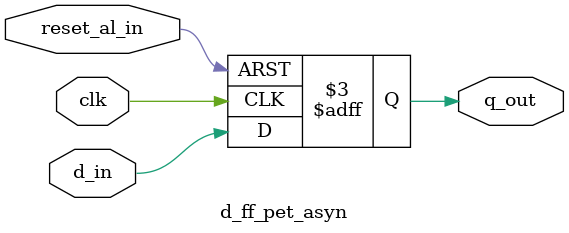
<source format=v>
module d_ff_pet_asyn(d_in, clk, reset_al_in, q_out);

input d_in;
input clk;
input reset_al_in;
output reg q_out;

always@(posedge clk, negedge reset_al_in)
begin

if (~reset_al_in) q_out <= 1'b0;
else q_out <= d_in;

end
endmodule
</source>
